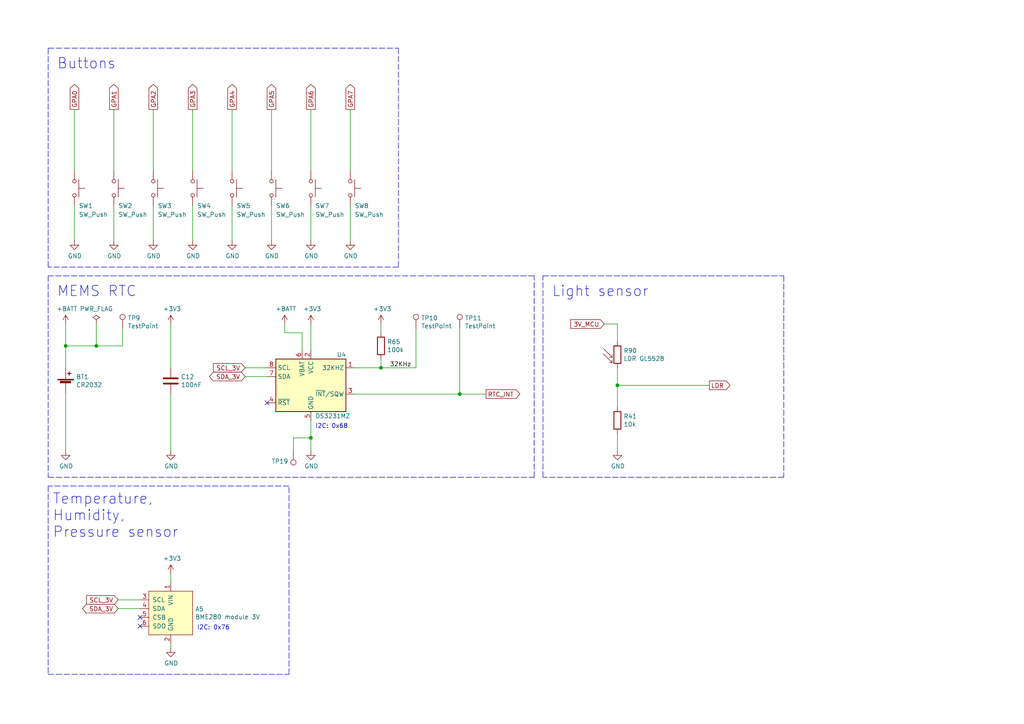
<source format=kicad_sch>
(kicad_sch (version 20211123) (generator eeschema)

  (uuid 08da8f18-02c3-4a28-a400-670f01755980)

  (paper "A4")

  (title_block
    (title "Sunrise clock main board")
    (date "2021-08-06")
    (rev "V1.1")
    (company "https://github.com/atoomnetmarc/Sunrise-clock-hardware")
  )

  (lib_symbols
    (symbol "Connector:TestPoint" (pin_numbers hide) (pin_names (offset 0.762) hide) (in_bom yes) (on_board yes)
      (property "Reference" "TP" (id 0) (at 0 6.858 0)
        (effects (font (size 1.27 1.27)))
      )
      (property "Value" "TestPoint" (id 1) (at 0 5.08 0)
        (effects (font (size 1.27 1.27)))
      )
      (property "Footprint" "" (id 2) (at 5.08 0 0)
        (effects (font (size 1.27 1.27)) hide)
      )
      (property "Datasheet" "~" (id 3) (at 5.08 0 0)
        (effects (font (size 1.27 1.27)) hide)
      )
      (property "ki_keywords" "test point tp" (id 4) (at 0 0 0)
        (effects (font (size 1.27 1.27)) hide)
      )
      (property "ki_description" "test point" (id 5) (at 0 0 0)
        (effects (font (size 1.27 1.27)) hide)
      )
      (property "ki_fp_filters" "Pin* Test*" (id 6) (at 0 0 0)
        (effects (font (size 1.27 1.27)) hide)
      )
      (symbol "TestPoint_0_1"
        (circle (center 0 3.302) (radius 0.762)
          (stroke (width 0) (type default) (color 0 0 0 0))
          (fill (type none))
        )
      )
      (symbol "TestPoint_1_1"
        (pin passive line (at 0 0 90) (length 2.54)
          (name "1" (effects (font (size 1.27 1.27))))
          (number "1" (effects (font (size 1.27 1.27))))
        )
      )
    )
    (symbol "Device:Battery_Cell" (pin_numbers hide) (pin_names (offset 0) hide) (in_bom yes) (on_board yes)
      (property "Reference" "BT" (id 0) (at 2.54 2.54 0)
        (effects (font (size 1.27 1.27)) (justify left))
      )
      (property "Value" "Battery_Cell" (id 1) (at 2.54 0 0)
        (effects (font (size 1.27 1.27)) (justify left))
      )
      (property "Footprint" "" (id 2) (at 0 1.524 90)
        (effects (font (size 1.27 1.27)) hide)
      )
      (property "Datasheet" "~" (id 3) (at 0 1.524 90)
        (effects (font (size 1.27 1.27)) hide)
      )
      (property "ki_keywords" "battery cell" (id 4) (at 0 0 0)
        (effects (font (size 1.27 1.27)) hide)
      )
      (property "ki_description" "Single-cell battery" (id 5) (at 0 0 0)
        (effects (font (size 1.27 1.27)) hide)
      )
      (symbol "Battery_Cell_0_1"
        (rectangle (start -2.286 1.778) (end 2.286 1.524)
          (stroke (width 0) (type default) (color 0 0 0 0))
          (fill (type outline))
        )
        (rectangle (start -1.5748 1.1938) (end 1.4732 0.6858)
          (stroke (width 0) (type default) (color 0 0 0 0))
          (fill (type outline))
        )
        (polyline
          (pts
            (xy 0 0.762)
            (xy 0 0)
          )
          (stroke (width 0) (type default) (color 0 0 0 0))
          (fill (type none))
        )
        (polyline
          (pts
            (xy 0 1.778)
            (xy 0 2.54)
          )
          (stroke (width 0) (type default) (color 0 0 0 0))
          (fill (type none))
        )
        (polyline
          (pts
            (xy 0.508 3.429)
            (xy 1.524 3.429)
          )
          (stroke (width 0.254) (type default) (color 0 0 0 0))
          (fill (type none))
        )
        (polyline
          (pts
            (xy 1.016 3.937)
            (xy 1.016 2.921)
          )
          (stroke (width 0.254) (type default) (color 0 0 0 0))
          (fill (type none))
        )
      )
      (symbol "Battery_Cell_1_1"
        (pin passive line (at 0 5.08 270) (length 2.54)
          (name "+" (effects (font (size 1.27 1.27))))
          (number "1" (effects (font (size 1.27 1.27))))
        )
        (pin passive line (at 0 -2.54 90) (length 2.54)
          (name "-" (effects (font (size 1.27 1.27))))
          (number "2" (effects (font (size 1.27 1.27))))
        )
      )
    )
    (symbol "Device:C" (pin_numbers hide) (pin_names (offset 0.254)) (in_bom yes) (on_board yes)
      (property "Reference" "C" (id 0) (at 0.635 2.54 0)
        (effects (font (size 1.27 1.27)) (justify left))
      )
      (property "Value" "C" (id 1) (at 0.635 -2.54 0)
        (effects (font (size 1.27 1.27)) (justify left))
      )
      (property "Footprint" "" (id 2) (at 0.9652 -3.81 0)
        (effects (font (size 1.27 1.27)) hide)
      )
      (property "Datasheet" "~" (id 3) (at 0 0 0)
        (effects (font (size 1.27 1.27)) hide)
      )
      (property "ki_keywords" "cap capacitor" (id 4) (at 0 0 0)
        (effects (font (size 1.27 1.27)) hide)
      )
      (property "ki_description" "Unpolarized capacitor" (id 5) (at 0 0 0)
        (effects (font (size 1.27 1.27)) hide)
      )
      (property "ki_fp_filters" "C_*" (id 6) (at 0 0 0)
        (effects (font (size 1.27 1.27)) hide)
      )
      (symbol "C_0_1"
        (polyline
          (pts
            (xy -2.032 -0.762)
            (xy 2.032 -0.762)
          )
          (stroke (width 0.508) (type default) (color 0 0 0 0))
          (fill (type none))
        )
        (polyline
          (pts
            (xy -2.032 0.762)
            (xy 2.032 0.762)
          )
          (stroke (width 0.508) (type default) (color 0 0 0 0))
          (fill (type none))
        )
      )
      (symbol "C_1_1"
        (pin passive line (at 0 3.81 270) (length 2.794)
          (name "~" (effects (font (size 1.27 1.27))))
          (number "1" (effects (font (size 1.27 1.27))))
        )
        (pin passive line (at 0 -3.81 90) (length 2.794)
          (name "~" (effects (font (size 1.27 1.27))))
          (number "2" (effects (font (size 1.27 1.27))))
        )
      )
    )
    (symbol "Device:R" (pin_numbers hide) (pin_names (offset 0)) (in_bom yes) (on_board yes)
      (property "Reference" "R" (id 0) (at 2.032 0 90)
        (effects (font (size 1.27 1.27)))
      )
      (property "Value" "R" (id 1) (at 0 0 90)
        (effects (font (size 1.27 1.27)))
      )
      (property "Footprint" "" (id 2) (at -1.778 0 90)
        (effects (font (size 1.27 1.27)) hide)
      )
      (property "Datasheet" "~" (id 3) (at 0 0 0)
        (effects (font (size 1.27 1.27)) hide)
      )
      (property "ki_keywords" "R res resistor" (id 4) (at 0 0 0)
        (effects (font (size 1.27 1.27)) hide)
      )
      (property "ki_description" "Resistor" (id 5) (at 0 0 0)
        (effects (font (size 1.27 1.27)) hide)
      )
      (property "ki_fp_filters" "R_*" (id 6) (at 0 0 0)
        (effects (font (size 1.27 1.27)) hide)
      )
      (symbol "R_0_1"
        (rectangle (start -1.016 -2.54) (end 1.016 2.54)
          (stroke (width 0.254) (type default) (color 0 0 0 0))
          (fill (type none))
        )
      )
      (symbol "R_1_1"
        (pin passive line (at 0 3.81 270) (length 1.27)
          (name "~" (effects (font (size 1.27 1.27))))
          (number "1" (effects (font (size 1.27 1.27))))
        )
        (pin passive line (at 0 -3.81 90) (length 1.27)
          (name "~" (effects (font (size 1.27 1.27))))
          (number "2" (effects (font (size 1.27 1.27))))
        )
      )
    )
    (symbol "Device:R_PHOTO" (pin_numbers hide) (pin_names (offset 0)) (in_bom yes) (on_board yes)
      (property "Reference" "R" (id 0) (at 1.27 1.27 0)
        (effects (font (size 1.27 1.27)) (justify left))
      )
      (property "Value" "Device_R_PHOTO" (id 1) (at 1.27 0 0)
        (effects (font (size 1.27 1.27)) (justify left top))
      )
      (property "Footprint" "" (id 2) (at 1.27 -6.35 90)
        (effects (font (size 1.27 1.27)) (justify left) hide)
      )
      (property "Datasheet" "" (id 3) (at 0 -1.27 0)
        (effects (font (size 1.27 1.27)) hide)
      )
      (property "ki_fp_filters" "*LDR* R?LDR*" (id 4) (at 0 0 0)
        (effects (font (size 1.27 1.27)) hide)
      )
      (symbol "R_PHOTO_0_1"
        (rectangle (start -1.016 2.54) (end 1.016 -2.54)
          (stroke (width 0.254) (type default) (color 0 0 0 0))
          (fill (type none))
        )
        (polyline
          (pts
            (xy -1.524 -2.286)
            (xy -4.064 0.254)
          )
          (stroke (width 0) (type default) (color 0 0 0 0))
          (fill (type none))
        )
        (polyline
          (pts
            (xy -1.524 -2.286)
            (xy -2.286 -2.286)
          )
          (stroke (width 0) (type default) (color 0 0 0 0))
          (fill (type none))
        )
        (polyline
          (pts
            (xy -1.524 -2.286)
            (xy -1.524 -1.524)
          )
          (stroke (width 0) (type default) (color 0 0 0 0))
          (fill (type none))
        )
        (polyline
          (pts
            (xy -1.524 -0.762)
            (xy -4.064 1.778)
          )
          (stroke (width 0) (type default) (color 0 0 0 0))
          (fill (type none))
        )
        (polyline
          (pts
            (xy -1.524 -0.762)
            (xy -2.286 -0.762)
          )
          (stroke (width 0) (type default) (color 0 0 0 0))
          (fill (type none))
        )
        (polyline
          (pts
            (xy -1.524 -0.762)
            (xy -1.524 0)
          )
          (stroke (width 0) (type default) (color 0 0 0 0))
          (fill (type none))
        )
      )
      (symbol "R_PHOTO_1_1"
        (pin passive line (at 0 3.81 270) (length 1.27)
          (name "~" (effects (font (size 1.27 1.27))))
          (number "1" (effects (font (size 1.27 1.27))))
        )
        (pin passive line (at 0 -3.81 90) (length 1.27)
          (name "~" (effects (font (size 1.27 1.27))))
          (number "2" (effects (font (size 1.27 1.27))))
        )
      )
    )
    (symbol "Module-extra:BME280_3V" (pin_names (offset 1.016)) (in_bom yes) (on_board yes)
      (property "Reference" "A" (id 0) (at 1.27 11.43 0)
        (effects (font (size 1.27 1.27)))
      )
      (property "Value" "Module-extra_BME280_3V" (id 1) (at 5.08 3.81 90)
        (effects (font (size 1.27 1.27)))
      )
      (property "Footprint" "Module-extra:bme280_3V" (id 2) (at 0 -3.81 0)
        (effects (font (size 1.27 1.27)) hide)
      )
      (property "Datasheet" "" (id 3) (at 0 0 0)
        (effects (font (size 1.27 1.27)) hide)
      )
      (symbol "BME280_3V_0_1"
        (rectangle (start -6.35 10.16) (end 6.35 -2.54)
          (stroke (width 0) (type default) (color 0 0 0 0))
          (fill (type background))
        )
      )
      (symbol "BME280_3V_1_1"
        (pin power_in line (at 0 12.7 270) (length 2.54)
          (name "VIN" (effects (font (size 1.27 1.27))))
          (number "1" (effects (font (size 1.27 1.27))))
        )
        (pin power_in line (at 0 -5.08 90) (length 2.54)
          (name "GND" (effects (font (size 1.27 1.27))))
          (number "2" (effects (font (size 1.27 1.27))))
        )
        (pin input line (at -8.89 7.62 0) (length 2.54)
          (name "SCL" (effects (font (size 1.27 1.27))))
          (number "3" (effects (font (size 1.27 1.27))))
        )
        (pin bidirectional line (at -8.89 5.08 0) (length 2.54)
          (name "SDA" (effects (font (size 1.27 1.27))))
          (number "4" (effects (font (size 1.27 1.27))))
        )
        (pin passive line (at -8.89 2.54 0) (length 2.54)
          (name "CSB" (effects (font (size 1.27 1.27))))
          (number "5" (effects (font (size 1.27 1.27))))
        )
        (pin passive line (at -8.89 0 0) (length 2.54)
          (name "SDO" (effects (font (size 1.27 1.27))))
          (number "6" (effects (font (size 1.27 1.27))))
        )
      )
    )
    (symbol "Switch:SW_Push" (pin_numbers hide) (pin_names (offset 1.016) hide) (in_bom yes) (on_board yes)
      (property "Reference" "SW" (id 0) (at 1.27 2.54 0)
        (effects (font (size 1.27 1.27)) (justify left))
      )
      (property "Value" "SW_Push" (id 1) (at 0 -1.524 0)
        (effects (font (size 1.27 1.27)))
      )
      (property "Footprint" "" (id 2) (at 0 5.08 0)
        (effects (font (size 1.27 1.27)) hide)
      )
      (property "Datasheet" "~" (id 3) (at 0 5.08 0)
        (effects (font (size 1.27 1.27)) hide)
      )
      (property "ki_keywords" "switch normally-open pushbutton push-button" (id 4) (at 0 0 0)
        (effects (font (size 1.27 1.27)) hide)
      )
      (property "ki_description" "Push button switch, generic, two pins" (id 5) (at 0 0 0)
        (effects (font (size 1.27 1.27)) hide)
      )
      (symbol "SW_Push_0_1"
        (circle (center -2.032 0) (radius 0.508)
          (stroke (width 0) (type default) (color 0 0 0 0))
          (fill (type none))
        )
        (polyline
          (pts
            (xy 0 1.27)
            (xy 0 3.048)
          )
          (stroke (width 0) (type default) (color 0 0 0 0))
          (fill (type none))
        )
        (polyline
          (pts
            (xy 2.54 1.27)
            (xy -2.54 1.27)
          )
          (stroke (width 0) (type default) (color 0 0 0 0))
          (fill (type none))
        )
        (circle (center 2.032 0) (radius 0.508)
          (stroke (width 0) (type default) (color 0 0 0 0))
          (fill (type none))
        )
        (pin passive line (at -5.08 0 0) (length 2.54)
          (name "1" (effects (font (size 1.27 1.27))))
          (number "1" (effects (font (size 1.27 1.27))))
        )
        (pin passive line (at 5.08 0 180) (length 2.54)
          (name "2" (effects (font (size 1.27 1.27))))
          (number "2" (effects (font (size 1.27 1.27))))
        )
      )
    )
    (symbol "Timer_RTC:DS3231MZ" (in_bom yes) (on_board yes)
      (property "Reference" "U" (id 0) (at -7.62 8.89 0)
        (effects (font (size 1.27 1.27)) (justify right))
      )
      (property "Value" "DS3231MZ" (id 1) (at 11.43 8.89 0)
        (effects (font (size 1.27 1.27)) (justify right))
      )
      (property "Footprint" "Package_SO:SOIC-8_3.9x4.9mm_P1.27mm" (id 2) (at 0 -12.7 0)
        (effects (font (size 1.27 1.27)) hide)
      )
      (property "Datasheet" "http://datasheets.maximintegrated.com/en/ds/DS3231M.pdf" (id 3) (at 0 -15.24 0)
        (effects (font (size 1.27 1.27)) hide)
      )
      (property "ki_keywords" "RTC TCXO Realtime Time Clock MEMS I2C" (id 4) (at 0 0 0)
        (effects (font (size 1.27 1.27)) hide)
      )
      (property "ki_description" "±5ppm, I2C Real-Time Clock SOIC-8" (id 5) (at 0 0 0)
        (effects (font (size 1.27 1.27)) hide)
      )
      (property "ki_fp_filters" "SOIC*3.9x4.9mm*P1.27mm*" (id 6) (at 0 0 0)
        (effects (font (size 1.27 1.27)) hide)
      )
      (symbol "DS3231MZ_0_1"
        (rectangle (start -10.16 7.62) (end 10.16 -7.62)
          (stroke (width 0.254) (type default) (color 0 0 0 0))
          (fill (type background))
        )
      )
      (symbol "DS3231MZ_1_1"
        (pin open_collector line (at 12.7 5.08 180) (length 2.54)
          (name "32KHZ" (effects (font (size 1.27 1.27))))
          (number "1" (effects (font (size 1.27 1.27))))
        )
        (pin power_in line (at 0 10.16 270) (length 2.54)
          (name "VCC" (effects (font (size 1.27 1.27))))
          (number "2" (effects (font (size 1.27 1.27))))
        )
        (pin open_collector line (at 12.7 -2.54 180) (length 2.54)
          (name "~{INT}/SQW" (effects (font (size 1.27 1.27))))
          (number "3" (effects (font (size 1.27 1.27))))
        )
        (pin bidirectional line (at -12.7 -5.08 0) (length 2.54)
          (name "~{RST}" (effects (font (size 1.27 1.27))))
          (number "4" (effects (font (size 1.27 1.27))))
        )
        (pin power_in line (at 0 -10.16 90) (length 2.54)
          (name "GND" (effects (font (size 1.27 1.27))))
          (number "5" (effects (font (size 1.27 1.27))))
        )
        (pin power_in line (at -2.54 10.16 270) (length 2.54)
          (name "VBAT" (effects (font (size 1.27 1.27))))
          (number "6" (effects (font (size 1.27 1.27))))
        )
        (pin bidirectional line (at -12.7 2.54 0) (length 2.54)
          (name "SDA" (effects (font (size 1.27 1.27))))
          (number "7" (effects (font (size 1.27 1.27))))
        )
        (pin input line (at -12.7 5.08 0) (length 2.54)
          (name "SCL" (effects (font (size 1.27 1.27))))
          (number "8" (effects (font (size 1.27 1.27))))
        )
      )
    )
    (symbol "power:+3.3V" (power) (pin_names (offset 0)) (in_bom yes) (on_board yes)
      (property "Reference" "#PWR" (id 0) (at 0 -3.81 0)
        (effects (font (size 1.27 1.27)) hide)
      )
      (property "Value" "+3.3V" (id 1) (at 0 3.556 0)
        (effects (font (size 1.27 1.27)))
      )
      (property "Footprint" "" (id 2) (at 0 0 0)
        (effects (font (size 1.27 1.27)) hide)
      )
      (property "Datasheet" "" (id 3) (at 0 0 0)
        (effects (font (size 1.27 1.27)) hide)
      )
      (property "ki_keywords" "power-flag" (id 4) (at 0 0 0)
        (effects (font (size 1.27 1.27)) hide)
      )
      (property "ki_description" "Power symbol creates a global label with name \"+3.3V\"" (id 5) (at 0 0 0)
        (effects (font (size 1.27 1.27)) hide)
      )
      (symbol "+3.3V_0_1"
        (polyline
          (pts
            (xy -0.762 1.27)
            (xy 0 2.54)
          )
          (stroke (width 0) (type default) (color 0 0 0 0))
          (fill (type none))
        )
        (polyline
          (pts
            (xy 0 0)
            (xy 0 2.54)
          )
          (stroke (width 0) (type default) (color 0 0 0 0))
          (fill (type none))
        )
        (polyline
          (pts
            (xy 0 2.54)
            (xy 0.762 1.27)
          )
          (stroke (width 0) (type default) (color 0 0 0 0))
          (fill (type none))
        )
      )
      (symbol "+3.3V_1_1"
        (pin power_in line (at 0 0 90) (length 0) hide
          (name "+3V3" (effects (font (size 1.27 1.27))))
          (number "1" (effects (font (size 1.27 1.27))))
        )
      )
    )
    (symbol "power:+BATT" (power) (pin_names (offset 0)) (in_bom yes) (on_board yes)
      (property "Reference" "#PWR" (id 0) (at 0 -3.81 0)
        (effects (font (size 1.27 1.27)) hide)
      )
      (property "Value" "+BATT" (id 1) (at 0 3.556 0)
        (effects (font (size 1.27 1.27)))
      )
      (property "Footprint" "" (id 2) (at 0 0 0)
        (effects (font (size 1.27 1.27)) hide)
      )
      (property "Datasheet" "" (id 3) (at 0 0 0)
        (effects (font (size 1.27 1.27)) hide)
      )
      (property "ki_keywords" "power-flag battery" (id 4) (at 0 0 0)
        (effects (font (size 1.27 1.27)) hide)
      )
      (property "ki_description" "Power symbol creates a global label with name \"+BATT\"" (id 5) (at 0 0 0)
        (effects (font (size 1.27 1.27)) hide)
      )
      (symbol "+BATT_0_1"
        (polyline
          (pts
            (xy -0.762 1.27)
            (xy 0 2.54)
          )
          (stroke (width 0) (type default) (color 0 0 0 0))
          (fill (type none))
        )
        (polyline
          (pts
            (xy 0 0)
            (xy 0 2.54)
          )
          (stroke (width 0) (type default) (color 0 0 0 0))
          (fill (type none))
        )
        (polyline
          (pts
            (xy 0 2.54)
            (xy 0.762 1.27)
          )
          (stroke (width 0) (type default) (color 0 0 0 0))
          (fill (type none))
        )
      )
      (symbol "+BATT_1_1"
        (pin power_in line (at 0 0 90) (length 0) hide
          (name "+BATT" (effects (font (size 1.27 1.27))))
          (number "1" (effects (font (size 1.27 1.27))))
        )
      )
    )
    (symbol "power:GND" (power) (pin_names (offset 0)) (in_bom yes) (on_board yes)
      (property "Reference" "#PWR" (id 0) (at 0 -6.35 0)
        (effects (font (size 1.27 1.27)) hide)
      )
      (property "Value" "GND" (id 1) (at 0 -3.81 0)
        (effects (font (size 1.27 1.27)))
      )
      (property "Footprint" "" (id 2) (at 0 0 0)
        (effects (font (size 1.27 1.27)) hide)
      )
      (property "Datasheet" "" (id 3) (at 0 0 0)
        (effects (font (size 1.27 1.27)) hide)
      )
      (property "ki_keywords" "power-flag" (id 4) (at 0 0 0)
        (effects (font (size 1.27 1.27)) hide)
      )
      (property "ki_description" "Power symbol creates a global label with name \"GND\" , ground" (id 5) (at 0 0 0)
        (effects (font (size 1.27 1.27)) hide)
      )
      (symbol "GND_0_1"
        (polyline
          (pts
            (xy 0 0)
            (xy 0 -1.27)
            (xy 1.27 -1.27)
            (xy 0 -2.54)
            (xy -1.27 -1.27)
            (xy 0 -1.27)
          )
          (stroke (width 0) (type default) (color 0 0 0 0))
          (fill (type none))
        )
      )
      (symbol "GND_1_1"
        (pin power_in line (at 0 0 270) (length 0) hide
          (name "GND" (effects (font (size 1.27 1.27))))
          (number "1" (effects (font (size 1.27 1.27))))
        )
      )
    )
    (symbol "power:PWR_FLAG" (power) (pin_numbers hide) (pin_names (offset 0) hide) (in_bom yes) (on_board yes)
      (property "Reference" "#FLG" (id 0) (at 0 1.905 0)
        (effects (font (size 1.27 1.27)) hide)
      )
      (property "Value" "PWR_FLAG" (id 1) (at 0 3.81 0)
        (effects (font (size 1.27 1.27)))
      )
      (property "Footprint" "" (id 2) (at 0 0 0)
        (effects (font (size 1.27 1.27)) hide)
      )
      (property "Datasheet" "~" (id 3) (at 0 0 0)
        (effects (font (size 1.27 1.27)) hide)
      )
      (property "ki_keywords" "power-flag" (id 4) (at 0 0 0)
        (effects (font (size 1.27 1.27)) hide)
      )
      (property "ki_description" "Special symbol for telling ERC where power comes from" (id 5) (at 0 0 0)
        (effects (font (size 1.27 1.27)) hide)
      )
      (symbol "PWR_FLAG_0_0"
        (pin power_out line (at 0 0 90) (length 0)
          (name "pwr" (effects (font (size 1.27 1.27))))
          (number "1" (effects (font (size 1.27 1.27))))
        )
      )
      (symbol "PWR_FLAG_0_1"
        (polyline
          (pts
            (xy 0 0)
            (xy 0 1.27)
            (xy -1.016 1.905)
            (xy 0 2.54)
            (xy 1.016 1.905)
            (xy 0 1.27)
          )
          (stroke (width 0) (type default) (color 0 0 0 0))
          (fill (type none))
        )
      )
    )
  )

  (junction (at 133.35 114.3) (diameter 0) (color 0 0 0 0)
    (uuid 0ff398d7-e6e2-4972-a7a4-438407886f34)
  )
  (junction (at 179.07 111.76) (diameter 0) (color 0 0 0 0)
    (uuid 1053b01a-057e-4e79-a21c-42780a737ea9)
  )
  (junction (at 110.49 106.68) (diameter 0) (color 0 0 0 0)
    (uuid 6b69fc79-c78f-4df1-9a05-c51d4173705f)
  )
  (junction (at 27.94 100.33) (diameter 0) (color 0 0 0 0)
    (uuid b606e532-e4c7-444d-b9ff-879f52cfde92)
  )
  (junction (at 90.17 127) (diameter 0) (color 0 0 0 0)
    (uuid bc204c79-0619-4b16-889d-335bfdd71ce0)
  )
  (junction (at 19.05 100.33) (diameter 0) (color 0 0 0 0)
    (uuid d396ce56-1974-47b7-a41b-ae2b20ef835c)
  )

  (no_connect (at 77.47 116.84) (uuid 0938c137-668b-4d2f-b92b-cadb1df72bdb))
  (no_connect (at 40.64 181.61) (uuid 92d938cc-f8b1-437d-8914-3d97a0938f67))
  (no_connect (at 40.64 179.07) (uuid d04eabf5-018b-4006-a739-ce16277681b7))

  (wire (pts (xy 85.09 127) (xy 85.09 130.81))
    (stroke (width 0) (type default) (color 0 0 0 0))
    (uuid 017667a9-f5de-49c7-af53-4f9af2f3a311)
  )
  (wire (pts (xy 21.59 31.75) (xy 21.59 49.53))
    (stroke (width 0) (type default) (color 0 0 0 0))
    (uuid 08926936-9ea4-4894-afca-caca47f3c238)
  )
  (polyline (pts (xy 13.97 80.01) (xy 13.97 138.43))
    (stroke (width 0) (type default) (color 0 0 0 0))
    (uuid 0cc094e7-c1c0-457d-bd94-3db91c23be55)
  )

  (wire (pts (xy 87.63 101.6) (xy 87.63 96.52))
    (stroke (width 0) (type default) (color 0 0 0 0))
    (uuid 0e166909-afb5-4d70-a00b-dd78cd09b084)
  )
  (polyline (pts (xy 157.48 138.43) (xy 157.48 80.01))
    (stroke (width 0) (type default) (color 0 0 0 0))
    (uuid 105d44ff-63b9-4299-9078-473af583971a)
  )
  (polyline (pts (xy 115.57 13.97) (xy 115.57 77.47))
    (stroke (width 0) (type default) (color 0 0 0 0))
    (uuid 153169ce-9fac-4868-bc4e-e1381c5bb726)
  )

  (wire (pts (xy 49.53 114.3) (xy 49.53 130.81))
    (stroke (width 0) (type default) (color 0 0 0 0))
    (uuid 16d5bf81-590a-4149-97e0-64f3b3ad6f52)
  )
  (wire (pts (xy 19.05 100.33) (xy 27.94 100.33))
    (stroke (width 0) (type default) (color 0 0 0 0))
    (uuid 1765d6b9-ca0e-49c2-8c3c-8ab35eb3909b)
  )
  (wire (pts (xy 133.35 114.3) (xy 140.97 114.3))
    (stroke (width 0) (type default) (color 0 0 0 0))
    (uuid 18dee026-9999-4f10-8c36-736131349406)
  )
  (wire (pts (xy 101.6 31.75) (xy 101.6 49.53))
    (stroke (width 0) (type default) (color 0 0 0 0))
    (uuid 1d9dc91c-3457-4ca5-8e42-43be60ae0831)
  )
  (polyline (pts (xy 13.97 77.47) (xy 13.97 13.97))
    (stroke (width 0) (type default) (color 0 0 0 0))
    (uuid 2276ec6c-cdcc-4369-86b4-8267d991001e)
  )

  (wire (pts (xy 101.6 69.85) (xy 101.6 59.69))
    (stroke (width 0) (type default) (color 0 0 0 0))
    (uuid 29987966-1d19-4068-93f6-a61cdfb40ffa)
  )
  (wire (pts (xy 67.31 31.75) (xy 67.31 49.53))
    (stroke (width 0) (type default) (color 0 0 0 0))
    (uuid 2a4f1c24-6486-4fd8-8092-72bb07a81274)
  )
  (wire (pts (xy 55.88 31.75) (xy 55.88 49.53))
    (stroke (width 0) (type default) (color 0 0 0 0))
    (uuid 2c10387c-3cac-4a7c-bbfb-95d69f41a890)
  )
  (wire (pts (xy 35.56 100.33) (xy 35.56 95.25))
    (stroke (width 0) (type default) (color 0 0 0 0))
    (uuid 2dc66f7e-d85d-4081-ae71-fd8851d6aeda)
  )
  (wire (pts (xy 90.17 127) (xy 90.17 121.92))
    (stroke (width 0) (type default) (color 0 0 0 0))
    (uuid 3382bf79-b686-4aeb-9419-c8ab591662bb)
  )
  (polyline (pts (xy 13.97 138.43) (xy 154.94 138.43))
    (stroke (width 0) (type default) (color 0 0 0 0))
    (uuid 341dde39-440e-4d05-8def-6a5cecefd88c)
  )

  (wire (pts (xy 110.49 104.14) (xy 110.49 106.68))
    (stroke (width 0) (type default) (color 0 0 0 0))
    (uuid 3c66e6e2-f12d-4b23-910e-e478d272dfd5)
  )
  (wire (pts (xy 49.53 106.68) (xy 49.53 93.98))
    (stroke (width 0) (type default) (color 0 0 0 0))
    (uuid 40b38567-9d6a-4691-bccf-1b4dbe39957b)
  )
  (polyline (pts (xy 227.33 80.01) (xy 227.33 138.43))
    (stroke (width 0) (type default) (color 0 0 0 0))
    (uuid 41ab46ed-40f5-461d-81aa-1f02dc069a49)
  )

  (wire (pts (xy 90.17 127) (xy 85.09 127))
    (stroke (width 0) (type default) (color 0 0 0 0))
    (uuid 4c144ffa-02d0-42da-aef1-f5175cbde9c0)
  )
  (wire (pts (xy 102.87 114.3) (xy 133.35 114.3))
    (stroke (width 0) (type default) (color 0 0 0 0))
    (uuid 5698a460-6e24-4857-84d8-4a43acd2325d)
  )
  (wire (pts (xy 82.55 96.52) (xy 82.55 93.98))
    (stroke (width 0) (type default) (color 0 0 0 0))
    (uuid 5a889284-4c9f-49be-8f02-e43e18550914)
  )
  (wire (pts (xy 90.17 69.85) (xy 90.17 59.69))
    (stroke (width 0) (type default) (color 0 0 0 0))
    (uuid 6474aa6c-825c-4f0f-9938-759b68df02a5)
  )
  (wire (pts (xy 21.59 69.85) (xy 21.59 59.69))
    (stroke (width 0) (type default) (color 0 0 0 0))
    (uuid 665081dc-8354-4d41-8855-bde8901aee4c)
  )
  (polyline (pts (xy 154.94 80.01) (xy 13.97 80.01))
    (stroke (width 0) (type default) (color 0 0 0 0))
    (uuid 680c3e83-f590-4924-85a1-36d51b076683)
  )

  (wire (pts (xy 40.64 173.99) (xy 34.29 173.99))
    (stroke (width 0) (type default) (color 0 0 0 0))
    (uuid 6e77d4d6-0239-4c20-98f8-23ae4f71d638)
  )
  (wire (pts (xy 179.07 106.68) (xy 179.07 111.76))
    (stroke (width 0) (type default) (color 0 0 0 0))
    (uuid 7043f61a-4f1e-4cab-9031-a6449e41a893)
  )
  (wire (pts (xy 78.74 69.85) (xy 78.74 59.69))
    (stroke (width 0) (type default) (color 0 0 0 0))
    (uuid 7114de55-86d9-46c1-a412-07f5eb895435)
  )
  (wire (pts (xy 71.12 109.22) (xy 77.47 109.22))
    (stroke (width 0) (type default) (color 0 0 0 0))
    (uuid 74096bdc-b668-408c-af3a-b048c20bd605)
  )
  (polyline (pts (xy 13.97 195.58) (xy 83.82 195.58))
    (stroke (width 0) (type default) (color 0 0 0 0))
    (uuid 87a0ffb1-5477-4b20-a3ac-fef5af129a33)
  )
  (polyline (pts (xy 13.97 140.97) (xy 13.97 195.58))
    (stroke (width 0) (type default) (color 0 0 0 0))
    (uuid 89bd1fdd-6a91-474e-8495-7a2ba7eb6260)
  )

  (wire (pts (xy 27.94 100.33) (xy 27.94 93.98))
    (stroke (width 0) (type default) (color 0 0 0 0))
    (uuid 8ade7975-64a0-440a-8545-11958836bf48)
  )
  (polyline (pts (xy 83.82 140.97) (xy 13.97 140.97))
    (stroke (width 0) (type default) (color 0 0 0 0))
    (uuid 8b022692-69b7-4bd6-bf38-57edecf356fa)
  )

  (wire (pts (xy 179.07 125.73) (xy 179.07 130.81))
    (stroke (width 0) (type default) (color 0 0 0 0))
    (uuid 92574e8a-729f-48de-afcb-97b4f5e826f8)
  )
  (wire (pts (xy 55.88 69.85) (xy 55.88 59.69))
    (stroke (width 0) (type default) (color 0 0 0 0))
    (uuid 93afd2e8-e16c-4e06-b872-cf0e624aee35)
  )
  (wire (pts (xy 102.87 106.68) (xy 110.49 106.68))
    (stroke (width 0) (type default) (color 0 0 0 0))
    (uuid 9c8eae28-a7c3-4e6a-bd81-98cf70031070)
  )
  (polyline (pts (xy 115.57 77.47) (xy 13.97 77.47))
    (stroke (width 0) (type default) (color 0 0 0 0))
    (uuid 9e427954-2486-4c91-89b5-6af73a073442)
  )

  (wire (pts (xy 179.07 111.76) (xy 179.07 118.11))
    (stroke (width 0) (type default) (color 0 0 0 0))
    (uuid a1701438-3c8b-4b49-8695-36ec7f9ae4d2)
  )
  (wire (pts (xy 67.31 69.85) (xy 67.31 59.69))
    (stroke (width 0) (type default) (color 0 0 0 0))
    (uuid a311f3c6-42e3-4584-9725-4a62ff91b6e3)
  )
  (wire (pts (xy 49.53 187.96) (xy 49.53 186.69))
    (stroke (width 0) (type default) (color 0 0 0 0))
    (uuid a4541b62-7a39-4707-9c6f-80dce1be9cee)
  )
  (wire (pts (xy 33.02 69.85) (xy 33.02 59.69))
    (stroke (width 0) (type default) (color 0 0 0 0))
    (uuid a4911204-1308-4d17-90a9-1ff5f9c57c9b)
  )
  (wire (pts (xy 33.02 31.75) (xy 33.02 49.53))
    (stroke (width 0) (type default) (color 0 0 0 0))
    (uuid a7c83b25-afbd-4974-8870-387db8f81a5c)
  )
  (polyline (pts (xy 13.97 13.97) (xy 115.57 13.97))
    (stroke (width 0) (type default) (color 0 0 0 0))
    (uuid b121f1ff-8472-460b-ab2d-5110ddd1ca28)
  )

  (wire (pts (xy 179.07 93.98) (xy 175.26 93.98))
    (stroke (width 0) (type default) (color 0 0 0 0))
    (uuid b1731e91-7698-42fa-ad60-5c60fdd0e1fc)
  )
  (wire (pts (xy 19.05 93.98) (xy 19.05 100.33))
    (stroke (width 0) (type default) (color 0 0 0 0))
    (uuid b2001159-b6cb-4000-85f5-34f6c410920f)
  )
  (wire (pts (xy 90.17 93.98) (xy 90.17 101.6))
    (stroke (width 0) (type default) (color 0 0 0 0))
    (uuid b45059f3-613f-4b7a-a70a-ed75a9e941e6)
  )
  (polyline (pts (xy 157.48 80.01) (xy 227.33 80.01))
    (stroke (width 0) (type default) (color 0 0 0 0))
    (uuid b6924901-677d-424a-a3f4-52c8dd1fa5f5)
  )

  (wire (pts (xy 49.53 166.37) (xy 49.53 168.91))
    (stroke (width 0) (type default) (color 0 0 0 0))
    (uuid b9c0c276-e6f1-47dd-b072-0f92904248ca)
  )
  (polyline (pts (xy 83.82 195.58) (xy 83.82 140.97))
    (stroke (width 0) (type default) (color 0 0 0 0))
    (uuid c62adb8b-b306-48da-b0ae-f6a287e54f62)
  )

  (wire (pts (xy 44.45 31.75) (xy 44.45 49.53))
    (stroke (width 0) (type default) (color 0 0 0 0))
    (uuid c7db4903-f95a-49f5-bcce-c52f0ca8defc)
  )
  (wire (pts (xy 44.45 69.85) (xy 44.45 59.69))
    (stroke (width 0) (type default) (color 0 0 0 0))
    (uuid cd2580a0-9e4c-4895-a13c-3b2ee33bafc4)
  )
  (wire (pts (xy 133.35 95.25) (xy 133.35 114.3))
    (stroke (width 0) (type default) (color 0 0 0 0))
    (uuid d372e2ac-d81e-48b7-8c55-9bbe58eeffc3)
  )
  (wire (pts (xy 27.94 100.33) (xy 35.56 100.33))
    (stroke (width 0) (type default) (color 0 0 0 0))
    (uuid d5a7688c-7438-4b6d-999f-4f2a3cb18fd6)
  )
  (wire (pts (xy 110.49 93.98) (xy 110.49 96.52))
    (stroke (width 0) (type default) (color 0 0 0 0))
    (uuid d8370835-89ad-4b62-9f40-d0c10470788a)
  )
  (polyline (pts (xy 227.33 138.43) (xy 157.48 138.43))
    (stroke (width 0) (type default) (color 0 0 0 0))
    (uuid d8d71ad3-6fd1-4a98-9c1f-70c4fbf3d1d1)
  )

  (wire (pts (xy 77.47 106.68) (xy 71.12 106.68))
    (stroke (width 0) (type default) (color 0 0 0 0))
    (uuid dc628a9d-67e8-4a03-b99f-8cc7a42af6ef)
  )
  (wire (pts (xy 87.63 96.52) (xy 82.55 96.52))
    (stroke (width 0) (type default) (color 0 0 0 0))
    (uuid dc7523a5-4408-4a51-bc92-6a47a538c094)
  )
  (wire (pts (xy 179.07 111.76) (xy 205.74 111.76))
    (stroke (width 0) (type default) (color 0 0 0 0))
    (uuid de438bc3-2eba-4b9f-95e9-35ce5db157f6)
  )
  (wire (pts (xy 19.05 130.81) (xy 19.05 114.3))
    (stroke (width 0) (type default) (color 0 0 0 0))
    (uuid df93f76b-86da-45ae-87e2-4b691af12b00)
  )
  (wire (pts (xy 90.17 130.81) (xy 90.17 127))
    (stroke (width 0) (type default) (color 0 0 0 0))
    (uuid df9a1242-2d73-4343-b170-237bc9a8080f)
  )
  (polyline (pts (xy 154.94 138.43) (xy 154.94 80.01))
    (stroke (width 0) (type default) (color 0 0 0 0))
    (uuid e07e1653-d05d-4bf2-bea3-6515a06de065)
  )

  (wire (pts (xy 34.29 176.53) (xy 40.64 176.53))
    (stroke (width 0) (type default) (color 0 0 0 0))
    (uuid e46ecd61-0bbe-4b9f-a151-a2cacac5967b)
  )
  (wire (pts (xy 90.17 31.75) (xy 90.17 49.53))
    (stroke (width 0) (type default) (color 0 0 0 0))
    (uuid e6bf257d-5112-423c-b70a-adf8446f29da)
  )
  (wire (pts (xy 19.05 100.33) (xy 19.05 106.68))
    (stroke (width 0) (type default) (color 0 0 0 0))
    (uuid e7893166-2c2c-41b4-bd84-76ebc2e06551)
  )
  (wire (pts (xy 78.74 31.75) (xy 78.74 49.53))
    (stroke (width 0) (type default) (color 0 0 0 0))
    (uuid f1c2e9b0-6f9f-485b-b482-d408df476d0f)
  )
  (wire (pts (xy 110.49 106.68) (xy 120.65 106.68))
    (stroke (width 0) (type default) (color 0 0 0 0))
    (uuid f2392fe0-54af-4e02-8793-9ba2471944b5)
  )
  (wire (pts (xy 120.65 106.68) (xy 120.65 95.25))
    (stroke (width 0) (type default) (color 0 0 0 0))
    (uuid fdc57161-f7f8-4584-b0ec-8c1aa24339c6)
  )
  (wire (pts (xy 179.07 99.06) (xy 179.07 93.98))
    (stroke (width 0) (type default) (color 0 0 0 0))
    (uuid fe4068b9-89da-4c59-ba51-b5949772f5d8)
  )

  (text "Temperature,\nHumidity,\nPressure sensor" (at 15.24 156.21 0)
    (effects (font (size 2.9972 2.9972)) (justify left bottom))
    (uuid 2938bf2d-2d32-4cb0-9d4d-563ea28ffffa)
  )
  (text "Light sensor" (at 160.02 86.36 0)
    (effects (font (size 2.9972 2.9972)) (justify left bottom))
    (uuid 341e67eb-d5e1-4cb7-9d11-5aa4ab832a2a)
  )
  (text "I2C: 0x76" (at 57.15 182.88 0)
    (effects (font (size 1.27 1.27)) (justify left bottom))
    (uuid 929c74c0-78bf-4efe-a778-fa328e951865)
  )
  (text "I2C: 0x68" (at 91.44 124.46 0)
    (effects (font (size 1.27 1.27)) (justify left bottom))
    (uuid 9c0314b1-f82f-432d-95a0-65e191202552)
  )
  (text "MEMS RTC" (at 16.51 86.36 0)
    (effects (font (size 2.9972 2.9972)) (justify left bottom))
    (uuid be030c62-e776-405f-97d8-4a4c1aa2e428)
  )
  (text "Buttons" (at 16.51 20.32 0)
    (effects (font (size 2.9972 2.9972)) (justify left bottom))
    (uuid db532ed2-914c-41b4-b389-de2bf235d0a7)
  )

  (label "32KHz" (at 113.03 106.68 0)
    (effects (font (size 1.27 1.27)) (justify left bottom))
    (uuid 26296271-780a-4da9-8e69-910d9240bca1)
  )

  (global_label "GPA3" (shape output) (at 55.88 31.75 90) (fields_autoplaced)
    (effects (font (size 1.27 1.27)) (justify left))
    (uuid 2765a021-71f1-4136-b72b-81c2c6882946)
    (property "Intersheet References" "${INTERSHEET_REFS}" (id 0) (at 0 0 0)
      (effects (font (size 1.27 1.27)) hide)
    )
  )
  (global_label "GPA1" (shape output) (at 33.02 31.75 90) (fields_autoplaced)
    (effects (font (size 1.27 1.27)) (justify left))
    (uuid 56f0a67a-a93a-477a-9778-70fe2cfeeb5a)
    (property "Intersheet References" "${INTERSHEET_REFS}" (id 0) (at 0 0 0)
      (effects (font (size 1.27 1.27)) hide)
    )
  )
  (global_label "GPA7" (shape output) (at 101.6 31.75 90) (fields_autoplaced)
    (effects (font (size 1.27 1.27)) (justify left))
    (uuid 59ee13a4-660e-47e2-a73a-01cfe11439e9)
    (property "Intersheet References" "${INTERSHEET_REFS}" (id 0) (at 0 0 0)
      (effects (font (size 1.27 1.27)) hide)
    )
  )
  (global_label "GPA2" (shape output) (at 44.45 31.75 90) (fields_autoplaced)
    (effects (font (size 1.27 1.27)) (justify left))
    (uuid 5c1d6842-15a5-4f73-b198-8836681840a1)
    (property "Intersheet References" "${INTERSHEET_REFS}" (id 0) (at 0 0 0)
      (effects (font (size 1.27 1.27)) hide)
    )
  )
  (global_label "GPA5" (shape output) (at 78.74 31.75 90) (fields_autoplaced)
    (effects (font (size 1.27 1.27)) (justify left))
    (uuid 71a9f036-1f13-462e-ac9e-81caaaa7f807)
    (property "Intersheet References" "${INTERSHEET_REFS}" (id 0) (at 0 0 0)
      (effects (font (size 1.27 1.27)) hide)
    )
  )
  (global_label "3V_MCU" (shape input) (at 175.26 93.98 180) (fields_autoplaced)
    (effects (font (size 1.27 1.27)) (justify right))
    (uuid 784e3230-2053-4bc9-a786-5ac2bd0df0f5)
    (property "Intersheet References" "${INTERSHEET_REFS}" (id 0) (at 0 0 0)
      (effects (font (size 1.27 1.27)) hide)
    )
  )
  (global_label "GPA4" (shape output) (at 67.31 31.75 90) (fields_autoplaced)
    (effects (font (size 1.27 1.27)) (justify left))
    (uuid 78a228c9-bbf0-49cf-b917-2dec23b390df)
    (property "Intersheet References" "${INTERSHEET_REFS}" (id 0) (at 0 0 0)
      (effects (font (size 1.27 1.27)) hide)
    )
  )
  (global_label "SCL_3V" (shape input) (at 71.12 106.68 180) (fields_autoplaced)
    (effects (font (size 1.27 1.27)) (justify right))
    (uuid 89df70f4-3579-42b9-861e-6beb04a3b25e)
    (property "Intersheet References" "${INTERSHEET_REFS}" (id 0) (at 0 0 0)
      (effects (font (size 1.27 1.27)) hide)
    )
  )
  (global_label "GPA6" (shape output) (at 90.17 31.75 90) (fields_autoplaced)
    (effects (font (size 1.27 1.27)) (justify left))
    (uuid 9600911d-0df3-419b-8d4a-8d1432a7daf2)
    (property "Intersheet References" "${INTERSHEET_REFS}" (id 0) (at 0 0 0)
      (effects (font (size 1.27 1.27)) hide)
    )
  )
  (global_label "SCL_3V" (shape input) (at 34.29 173.99 180) (fields_autoplaced)
    (effects (font (size 1.27 1.27)) (justify right))
    (uuid 9666bb6a-0c1d-4c92-be6d-94a465ec5c51)
    (property "Intersheet References" "${INTERSHEET_REFS}" (id 0) (at 0 0 0)
      (effects (font (size 1.27 1.27)) hide)
    )
  )
  (global_label "SDA_3V" (shape bidirectional) (at 71.12 109.22 180) (fields_autoplaced)
    (effects (font (size 1.27 1.27)) (justify right))
    (uuid a5e6f7cb-0a81-4357-a11f-231d23300342)
    (property "Intersheet References" "${INTERSHEET_REFS}" (id 0) (at 0 0 0)
      (effects (font (size 1.27 1.27)) hide)
    )
  )
  (global_label "SDA_3V" (shape bidirectional) (at 34.29 176.53 180) (fields_autoplaced)
    (effects (font (size 1.27 1.27)) (justify right))
    (uuid b853d9ac-7829-468f-99ac-dc9996502e94)
    (property "Intersheet References" "${INTERSHEET_REFS}" (id 0) (at 0 0 0)
      (effects (font (size 1.27 1.27)) hide)
    )
  )
  (global_label "RTC_INT" (shape output) (at 140.97 114.3 0) (fields_autoplaced)
    (effects (font (size 1.27 1.27)) (justify left))
    (uuid dde4c43d-f33e-48ba-86f3-779fdfce00c2)
    (property "Intersheet References" "${INTERSHEET_REFS}" (id 0) (at 0 0 0)
      (effects (font (size 1.27 1.27)) hide)
    )
  )
  (global_label "GPA0" (shape output) (at 21.59 31.75 90) (fields_autoplaced)
    (effects (font (size 1.27 1.27)) (justify left))
    (uuid e29e8d7d-cee8-47d4-8444-1d7032daf03c)
    (property "Intersheet References" "${INTERSHEET_REFS}" (id 0) (at 0 0 0)
      (effects (font (size 1.27 1.27)) hide)
    )
  )
  (global_label "LDR" (shape output) (at 205.74 111.76 0) (fields_autoplaced)
    (effects (font (size 1.27 1.27)) (justify left))
    (uuid f8a90052-1a8b-4ce5-a1fd-87db944dceac)
    (property "Intersheet References" "${INTERSHEET_REFS}" (id 0) (at 0 0 0)
      (effects (font (size 1.27 1.27)) hide)
    )
  )

  (symbol (lib_id "power:GND") (at 101.6 69.85 0)
    (in_bom yes) (on_board yes)
    (uuid 00000000-0000-0000-0000-00005fe551ff)
    (property "Reference" "#PWR023" (id 0) (at 101.6 76.2 0)
      (effects (font (size 1.27 1.27)) hide)
    )
    (property "Value" "GND" (id 1) (at 101.727 74.2442 0))
    (property "Footprint" "" (id 2) (at 101.6 69.85 0)
      (effects (font (size 1.27 1.27)) hide)
    )
    (property "Datasheet" "" (id 3) (at 101.6 69.85 0)
      (effects (font (size 1.27 1.27)) hide)
    )
    (pin "1" (uuid b43b5f0b-97c8-4f78-9a5b-0de4230c7bb0))
  )

  (symbol (lib_id "Switch:SW_Push") (at 101.6 54.61 270) (unit 1)
    (in_bom yes) (on_board yes)
    (uuid 00000000-0000-0000-0000-00005fe5522c)
    (property "Reference" "SW8" (id 0) (at 102.87 59.69 90)
      (effects (font (size 1.27 1.27)) (justify left))
    )
    (property "Value" "SW_Push" (id 1) (at 102.87 62.23 90)
      (effects (font (size 1.27 1.27)) (justify left))
    )
    (property "Footprint" "Button_Switch_THT-fixed:SW_PUSH-12mm" (id 2) (at 106.68 54.61 0)
      (effects (font (size 1.27 1.27)) hide)
    )
    (property "Datasheet" "~" (id 3) (at 106.68 54.61 0)
      (effects (font (size 1.27 1.27)) hide)
    )
    (pin "1" (uuid 0f6b34d8-c57b-4578-8cd9-47fe9d91aa5a))
    (pin "2" (uuid d3f9305d-a64b-414f-a5cc-fdff4b22a4aa))
  )

  (symbol (lib_id "power:GND") (at 90.17 69.85 0)
    (in_bom yes) (on_board yes)
    (uuid 00000000-0000-0000-0000-00005fe55235)
    (property "Reference" "#PWR021" (id 0) (at 90.17 76.2 0)
      (effects (font (size 1.27 1.27)) hide)
    )
    (property "Value" "GND" (id 1) (at 90.297 74.2442 0))
    (property "Footprint" "" (id 2) (at 90.17 69.85 0)
      (effects (font (size 1.27 1.27)) hide)
    )
    (property "Datasheet" "" (id 3) (at 90.17 69.85 0)
      (effects (font (size 1.27 1.27)) hide)
    )
    (pin "1" (uuid 584975e7-548c-4969-bdb9-ce9977884598))
  )

  (symbol (lib_id "Switch:SW_Push") (at 90.17 54.61 270) (unit 1)
    (in_bom yes) (on_board yes)
    (uuid 00000000-0000-0000-0000-00005fe55262)
    (property "Reference" "SW7" (id 0) (at 91.44 59.69 90)
      (effects (font (size 1.27 1.27)) (justify left))
    )
    (property "Value" "SW_Push" (id 1) (at 91.44 62.23 90)
      (effects (font (size 1.27 1.27)) (justify left))
    )
    (property "Footprint" "Button_Switch_THT-fixed:SW_PUSH-12mm" (id 2) (at 95.25 54.61 0)
      (effects (font (size 1.27 1.27)) hide)
    )
    (property "Datasheet" "~" (id 3) (at 95.25 54.61 0)
      (effects (font (size 1.27 1.27)) hide)
    )
    (pin "1" (uuid 767b636f-16de-416f-8aec-c1cd87a28959))
    (pin "2" (uuid b86dab01-4d33-4fcc-b8f5-7b25cee959a7))
  )

  (symbol (lib_id "power:GND") (at 78.74 69.85 0)
    (in_bom yes) (on_board yes)
    (uuid 00000000-0000-0000-0000-00005fe5526b)
    (property "Reference" "#PWR019" (id 0) (at 78.74 76.2 0)
      (effects (font (size 1.27 1.27)) hide)
    )
    (property "Value" "GND" (id 1) (at 78.867 74.2442 0))
    (property "Footprint" "" (id 2) (at 78.74 69.85 0)
      (effects (font (size 1.27 1.27)) hide)
    )
    (property "Datasheet" "" (id 3) (at 78.74 69.85 0)
      (effects (font (size 1.27 1.27)) hide)
    )
    (pin "1" (uuid 5ec5d8fb-f41b-4682-acb4-3e2fef19db46))
  )

  (symbol (lib_id "Switch:SW_Push") (at 78.74 54.61 270) (unit 1)
    (in_bom yes) (on_board yes)
    (uuid 00000000-0000-0000-0000-00005fe55298)
    (property "Reference" "SW6" (id 0) (at 80.01 59.69 90)
      (effects (font (size 1.27 1.27)) (justify left))
    )
    (property "Value" "SW_Push" (id 1) (at 80.01 62.23 90)
      (effects (font (size 1.27 1.27)) (justify left))
    )
    (property "Footprint" "Button_Switch_THT-fixed:SW_PUSH-12mm" (id 2) (at 83.82 54.61 0)
      (effects (font (size 1.27 1.27)) hide)
    )
    (property "Datasheet" "~" (id 3) (at 83.82 54.61 0)
      (effects (font (size 1.27 1.27)) hide)
    )
    (pin "1" (uuid d605a683-8991-438b-93e8-499b4211c8a5))
    (pin "2" (uuid 716fcd1d-0c7b-4c5d-bd33-fab8830e225c))
  )

  (symbol (lib_id "power:GND") (at 67.31 69.85 0)
    (in_bom yes) (on_board yes)
    (uuid 00000000-0000-0000-0000-00005fe552a1)
    (property "Reference" "#PWR017" (id 0) (at 67.31 76.2 0)
      (effects (font (size 1.27 1.27)) hide)
    )
    (property "Value" "GND" (id 1) (at 67.437 74.2442 0))
    (property "Footprint" "" (id 2) (at 67.31 69.85 0)
      (effects (font (size 1.27 1.27)) hide)
    )
    (property "Datasheet" "" (id 3) (at 67.31 69.85 0)
      (effects (font (size 1.27 1.27)) hide)
    )
    (pin "1" (uuid decd0645-951e-445c-90ca-9d81365a0db0))
  )

  (symbol (lib_id "Switch:SW_Push") (at 67.31 54.61 270) (unit 1)
    (in_bom yes) (on_board yes)
    (uuid 00000000-0000-0000-0000-00005fe552ce)
    (property "Reference" "SW5" (id 0) (at 68.58 59.69 90)
      (effects (font (size 1.27 1.27)) (justify left))
    )
    (property "Value" "SW_Push" (id 1) (at 68.58 62.23 90)
      (effects (font (size 1.27 1.27)) (justify left))
    )
    (property "Footprint" "Button_Switch_THT-fixed:SW_PUSH-12mm" (id 2) (at 72.39 54.61 0)
      (effects (font (size 1.27 1.27)) hide)
    )
    (property "Datasheet" "~" (id 3) (at 72.39 54.61 0)
      (effects (font (size 1.27 1.27)) hide)
    )
    (pin "1" (uuid 28c3b85c-4610-4c3e-a18d-dff1cdc876fb))
    (pin "2" (uuid f96c893f-14c6-418a-8181-97ff2d6870b0))
  )

  (symbol (lib_id "power:GND") (at 55.88 69.85 0)
    (in_bom yes) (on_board yes)
    (uuid 00000000-0000-0000-0000-00005fe552d7)
    (property "Reference" "#PWR015" (id 0) (at 55.88 76.2 0)
      (effects (font (size 1.27 1.27)) hide)
    )
    (property "Value" "GND" (id 1) (at 56.007 74.2442 0))
    (property "Footprint" "" (id 2) (at 55.88 69.85 0)
      (effects (font (size 1.27 1.27)) hide)
    )
    (property "Datasheet" "" (id 3) (at 55.88 69.85 0)
      (effects (font (size 1.27 1.27)) hide)
    )
    (pin "1" (uuid e71be94d-12d3-4a23-90ef-bcc8f577b054))
  )

  (symbol (lib_id "Switch:SW_Push") (at 55.88 54.61 270) (unit 1)
    (in_bom yes) (on_board yes)
    (uuid 00000000-0000-0000-0000-00005fe55304)
    (property "Reference" "SW4" (id 0) (at 57.15 59.69 90)
      (effects (font (size 1.27 1.27)) (justify left))
    )
    (property "Value" "SW_Push" (id 1) (at 57.15 62.23 90)
      (effects (font (size 1.27 1.27)) (justify left))
    )
    (property "Footprint" "Button_Switch_THT-fixed:SW_PUSH-12mm" (id 2) (at 60.96 54.61 0)
      (effects (font (size 1.27 1.27)) hide)
    )
    (property "Datasheet" "~" (id 3) (at 60.96 54.61 0)
      (effects (font (size 1.27 1.27)) hide)
    )
    (pin "1" (uuid 9938d467-7adc-4401-b4a5-c96f0a82c37e))
    (pin "2" (uuid 11b9ae6c-f258-4e67-9bb1-ab507a122e12))
  )

  (symbol (lib_id "power:GND") (at 44.45 69.85 0)
    (in_bom yes) (on_board yes)
    (uuid 00000000-0000-0000-0000-00005fe5530d)
    (property "Reference" "#PWR013" (id 0) (at 44.45 76.2 0)
      (effects (font (size 1.27 1.27)) hide)
    )
    (property "Value" "GND" (id 1) (at 44.577 74.2442 0))
    (property "Footprint" "" (id 2) (at 44.45 69.85 0)
      (effects (font (size 1.27 1.27)) hide)
    )
    (property "Datasheet" "" (id 3) (at 44.45 69.85 0)
      (effects (font (size 1.27 1.27)) hide)
    )
    (pin "1" (uuid e7fd0f97-b06f-4358-80da-5152a50b79b0))
  )

  (symbol (lib_id "Switch:SW_Push") (at 44.45 54.61 270) (unit 1)
    (in_bom yes) (on_board yes)
    (uuid 00000000-0000-0000-0000-00005fe5533a)
    (property "Reference" "SW3" (id 0) (at 45.72 59.69 90)
      (effects (font (size 1.27 1.27)) (justify left))
    )
    (property "Value" "SW_Push" (id 1) (at 45.72 62.23 90)
      (effects (font (size 1.27 1.27)) (justify left))
    )
    (property "Footprint" "Button_Switch_THT-fixed:SW_PUSH-12mm" (id 2) (at 49.53 54.61 0)
      (effects (font (size 1.27 1.27)) hide)
    )
    (property "Datasheet" "~" (id 3) (at 49.53 54.61 0)
      (effects (font (size 1.27 1.27)) hide)
    )
    (pin "1" (uuid 69cb4508-4904-46eb-aff8-983b3a523267))
    (pin "2" (uuid 217b7085-a23d-42e1-809a-0ce8277530d6))
  )

  (symbol (lib_id "power:GND") (at 33.02 69.85 0)
    (in_bom yes) (on_board yes)
    (uuid 00000000-0000-0000-0000-00005fe55343)
    (property "Reference" "#PWR011" (id 0) (at 33.02 76.2 0)
      (effects (font (size 1.27 1.27)) hide)
    )
    (property "Value" "GND" (id 1) (at 33.147 74.2442 0))
    (property "Footprint" "" (id 2) (at 33.02 69.85 0)
      (effects (font (size 1.27 1.27)) hide)
    )
    (property "Datasheet" "" (id 3) (at 33.02 69.85 0)
      (effects (font (size 1.27 1.27)) hide)
    )
    (pin "1" (uuid 665882ec-7dd6-4393-a852-e78f6fafb18c))
  )

  (symbol (lib_id "Switch:SW_Push") (at 33.02 54.61 270) (unit 1)
    (in_bom yes) (on_board yes)
    (uuid 00000000-0000-0000-0000-00005fe55370)
    (property "Reference" "SW2" (id 0) (at 34.29 59.69 90)
      (effects (font (size 1.27 1.27)) (justify left))
    )
    (property "Value" "SW_Push" (id 1) (at 34.29 62.23 90)
      (effects (font (size 1.27 1.27)) (justify left))
    )
    (property "Footprint" "Button_Switch_THT-fixed:SW_PUSH-12mm" (id 2) (at 38.1 54.61 0)
      (effects (font (size 1.27 1.27)) hide)
    )
    (property "Datasheet" "~" (id 3) (at 38.1 54.61 0)
      (effects (font (size 1.27 1.27)) hide)
    )
    (pin "1" (uuid 73b2d8b5-4a1d-4f1d-a6dd-2dbafeb2a573))
    (pin "2" (uuid bdd27915-164d-4e3f-b39b-d6ca828e91c3))
  )

  (symbol (lib_id "power:GND") (at 21.59 69.85 0)
    (in_bom yes) (on_board yes)
    (uuid 00000000-0000-0000-0000-00005fe55379)
    (property "Reference" "#PWR09" (id 0) (at 21.59 76.2 0)
      (effects (font (size 1.27 1.27)) hide)
    )
    (property "Value" "GND" (id 1) (at 21.717 74.2442 0))
    (property "Footprint" "" (id 2) (at 21.59 69.85 0)
      (effects (font (size 1.27 1.27)) hide)
    )
    (property "Datasheet" "" (id 3) (at 21.59 69.85 0)
      (effects (font (size 1.27 1.27)) hide)
    )
    (pin "1" (uuid 4669235f-1b8f-49ac-8490-cbeacf4ff181))
  )

  (symbol (lib_id "Switch:SW_Push") (at 21.59 54.61 270) (unit 1)
    (in_bom yes) (on_board yes)
    (uuid 00000000-0000-0000-0000-00005fe553a6)
    (property "Reference" "SW1" (id 0) (at 22.86 59.69 90)
      (effects (font (size 1.27 1.27)) (justify left))
    )
    (property "Value" "SW_Push" (id 1) (at 22.86 62.23 90)
      (effects (font (size 1.27 1.27)) (justify left))
    )
    (property "Footprint" "Button_Switch_THT-fixed:SW_PUSH-12mm" (id 2) (at 26.67 54.61 0)
      (effects (font (size 1.27 1.27)) hide)
    )
    (property "Datasheet" "~" (id 3) (at 26.67 54.61 0)
      (effects (font (size 1.27 1.27)) hide)
    )
    (pin "1" (uuid d1465ddb-fd75-49b1-8e0f-f1dff5e2d580))
    (pin "2" (uuid 8d6fdba8-5acb-402b-9c81-6cf1b101f4e5))
  )

  (symbol (lib_id "Connector:TestPoint") (at 35.56 95.25 0)
    (in_bom yes) (on_board yes)
    (uuid 00000000-0000-0000-0000-00005fe5948b)
    (property "Reference" "TP9" (id 0) (at 37.0332 92.2528 0)
      (effects (font (size 1.27 1.27)) (justify left))
    )
    (property "Value" "TestPoint" (id 1) (at 37.0332 94.5642 0)
      (effects (font (size 1.27 1.27)) (justify left))
    )
    (property "Footprint" "TestPoint:TestPoint_THTPad_1.5x1.5mm_Drill0.7mm" (id 2) (at 40.64 95.25 0)
      (effects (font (size 1.27 1.27)) hide)
    )
    (property "Datasheet" "~" (id 3) (at 40.64 95.25 0)
      (effects (font (size 1.27 1.27)) hide)
    )
    (pin "1" (uuid f9028f97-3e3e-4785-8cf7-baed01306950))
  )

  (symbol (lib_id "Connector:TestPoint") (at 133.35 95.25 0)
    (in_bom yes) (on_board yes)
    (uuid 00000000-0000-0000-0000-00005fe59a11)
    (property "Reference" "TP11" (id 0) (at 134.8232 92.2528 0)
      (effects (font (size 1.27 1.27)) (justify left))
    )
    (property "Value" "TestPoint" (id 1) (at 134.8232 94.5642 0)
      (effects (font (size 1.27 1.27)) (justify left))
    )
    (property "Footprint" "TestPoint:TestPoint_THTPad_1.5x1.5mm_Drill0.7mm" (id 2) (at 138.43 95.25 0)
      (effects (font (size 1.27 1.27)) hide)
    )
    (property "Datasheet" "~" (id 3) (at 138.43 95.25 0)
      (effects (font (size 1.27 1.27)) hide)
    )
    (pin "1" (uuid f14058d8-2ce9-4863-bd36-600af25f12e0))
  )

  (symbol (lib_id "Device:R_PHOTO") (at 179.07 102.87 0) (unit 1)
    (in_bom yes) (on_board yes)
    (uuid 00000000-0000-0000-0000-00005fe762a4)
    (property "Reference" "R90" (id 0) (at 180.848 101.7016 0)
      (effects (font (size 1.27 1.27)) (justify left))
    )
    (property "Value" "LDR GL5528" (id 1) (at 180.848 104.013 0)
      (effects (font (size 1.27 1.27)) (justify left))
    )
    (property "Footprint" "OptoDevice:R_LDR_5.1x4.3mm_P3.4mm_Vertical" (id 2) (at 180.34 109.22 90)
      (effects (font (size 1.27 1.27)) (justify left) hide)
    )
    (property "Datasheet" "~" (id 3) (at 179.07 104.14 0)
      (effects (font (size 1.27 1.27)) hide)
    )
    (pin "1" (uuid a51d7470-5ec7-4157-b9ee-cbaefe041a2a))
    (pin "2" (uuid 29ec765c-4189-48f0-a73a-59aaeee80a87))
  )

  (symbol (lib_id "Device:R") (at 179.07 121.92 0)
    (in_bom yes) (on_board yes)
    (uuid 00000000-0000-0000-0000-00005fe77794)
    (property "Reference" "R41" (id 0) (at 180.848 120.7516 0)
      (effects (font (size 1.27 1.27)) (justify left))
    )
    (property "Value" "10k" (id 1) (at 180.848 123.063 0)
      (effects (font (size 1.27 1.27)) (justify left))
    )
    (property "Footprint" "Resistor_SMD:R_0805_2012Metric_Pad1.20x1.40mm_HandSolder" (id 2) (at 177.292 121.92 90)
      (effects (font (size 1.27 1.27)) hide)
    )
    (property "Datasheet" "~" (id 3) (at 179.07 121.92 0)
      (effects (font (size 1.27 1.27)) hide)
    )
    (pin "1" (uuid fcb72fcd-5059-49b2-a6ba-9c843f8d3c7f))
    (pin "2" (uuid ea506191-0c37-4e37-94d7-96607b24ab95))
  )

  (symbol (lib_id "power:GND") (at 179.07 130.81 0)
    (in_bom yes) (on_board yes)
    (uuid 00000000-0000-0000-0000-00005fe77bda)
    (property "Reference" "#PWR030" (id 0) (at 179.07 137.16 0)
      (effects (font (size 1.27 1.27)) hide)
    )
    (property "Value" "GND" (id 1) (at 179.197 135.2042 0))
    (property "Footprint" "" (id 2) (at 179.07 130.81 0)
      (effects (font (size 1.27 1.27)) hide)
    )
    (property "Datasheet" "" (id 3) (at 179.07 130.81 0)
      (effects (font (size 1.27 1.27)) hide)
    )
    (pin "1" (uuid 6902e95f-d2a8-49d0-88f6-e5670b9002ad))
  )

  (symbol (lib_id "Timer_RTC:DS3231MZ") (at 90.17 111.76 0)
    (in_bom yes) (on_board yes)
    (uuid 00000000-0000-0000-0000-00005fed7984)
    (property "Reference" "U4" (id 0) (at 99.06 102.87 0))
    (property "Value" "DS3231MZ" (id 1) (at 96.52 120.65 0))
    (property "Footprint" "Package_SO:SOIC-8_3.9x4.9mm_P1.27mm" (id 2) (at 90.17 124.46 0)
      (effects (font (size 1.27 1.27)) hide)
    )
    (property "Datasheet" "http://datasheets.maximintegrated.com/en/ds/DS3231M.pdf" (id 3) (at 90.17 127 0)
      (effects (font (size 1.27 1.27)) hide)
    )
    (pin "1" (uuid fa61b20a-40bc-431d-a622-62350d4d90e3))
    (pin "2" (uuid 6c9df3c0-daa0-4908-8ee8-7dff4a0fc931))
    (pin "3" (uuid f1bc3707-6371-41c4-8ae6-cfe7264cc50f))
    (pin "4" (uuid 996e999c-ff61-4063-ab10-2b65044c9a41))
    (pin "5" (uuid 44319bd2-3266-485c-bf22-3a7905cfe0d5))
    (pin "6" (uuid b1b3ce18-bd44-4fb8-bbd2-dfba2d34b850))
    (pin "7" (uuid 07b52285-966d-4d71-bf42-ee96917c4a19))
    (pin "8" (uuid 27a9e0f6-5ab4-419a-b777-b52433fdb23d))
  )

  (symbol (lib_id "Connector:TestPoint") (at 120.65 95.25 0)
    (in_bom yes) (on_board yes)
    (uuid 00000000-0000-0000-0000-00005fed798a)
    (property "Reference" "TP10" (id 0) (at 122.1232 92.2528 0)
      (effects (font (size 1.27 1.27)) (justify left))
    )
    (property "Value" "TestPoint" (id 1) (at 122.1232 94.5642 0)
      (effects (font (size 1.27 1.27)) (justify left))
    )
    (property "Footprint" "TestPoint:TestPoint_THTPad_1.5x1.5mm_Drill0.7mm" (id 2) (at 125.73 95.25 0)
      (effects (font (size 1.27 1.27)) hide)
    )
    (property "Datasheet" "~" (id 3) (at 125.73 95.25 0)
      (effects (font (size 1.27 1.27)) hide)
    )
    (pin "1" (uuid e23de3fb-3b99-4931-b465-f7fefbfea077))
  )

  (symbol (lib_id "power:GND") (at 90.17 130.81 0)
    (in_bom yes) (on_board yes)
    (uuid 00000000-0000-0000-0000-00005fed7998)
    (property "Reference" "#PWR0152" (id 0) (at 90.17 137.16 0)
      (effects (font (size 1.27 1.27)) hide)
    )
    (property "Value" "GND" (id 1) (at 90.297 135.2042 0))
    (property "Footprint" "" (id 2) (at 90.17 130.81 0)
      (effects (font (size 1.27 1.27)) hide)
    )
    (property "Datasheet" "" (id 3) (at 90.17 130.81 0)
      (effects (font (size 1.27 1.27)) hide)
    )
    (pin "1" (uuid 57c9c43e-dd3c-4210-84ef-fb2841805f14))
  )

  (symbol (lib_id "Device:C") (at 49.53 110.49 0)
    (in_bom yes) (on_board yes)
    (uuid 00000000-0000-0000-0000-00005fed799f)
    (property "Reference" "C12" (id 0) (at 52.451 109.3216 0)
      (effects (font (size 1.27 1.27)) (justify left))
    )
    (property "Value" "100nF" (id 1) (at 52.451 111.633 0)
      (effects (font (size 1.27 1.27)) (justify left))
    )
    (property "Footprint" "Capacitor_SMD:C_0805_2012Metric_Pad1.18x1.45mm_HandSolder" (id 2) (at 50.4952 114.3 0)
      (effects (font (size 1.27 1.27)) hide)
    )
    (property "Datasheet" "~" (id 3) (at 49.53 110.49 0)
      (effects (font (size 1.27 1.27)) hide)
    )
    (pin "1" (uuid 50d06e10-075e-487d-b55a-8db7caffb4b2))
    (pin "2" (uuid 1084d0c3-61bf-46db-a54b-bbd4ff30afbe))
  )

  (symbol (lib_id "power:GND") (at 49.53 130.81 0)
    (in_bom yes) (on_board yes)
    (uuid 00000000-0000-0000-0000-00005fed79a5)
    (property "Reference" "#PWR0151" (id 0) (at 49.53 137.16 0)
      (effects (font (size 1.27 1.27)) hide)
    )
    (property "Value" "GND" (id 1) (at 49.657 135.2042 0))
    (property "Footprint" "" (id 2) (at 49.53 130.81 0)
      (effects (font (size 1.27 1.27)) hide)
    )
    (property "Datasheet" "" (id 3) (at 49.53 130.81 0)
      (effects (font (size 1.27 1.27)) hide)
    )
    (pin "1" (uuid 205105fc-3dda-4eae-9410-616666851c82))
  )

  (symbol (lib_id "Device:Battery_Cell") (at 19.05 111.76 0)
    (in_bom yes) (on_board yes)
    (uuid 00000000-0000-0000-0000-00005fed79ac)
    (property "Reference" "BT1" (id 0) (at 22.0472 109.3216 0)
      (effects (font (size 1.27 1.27)) (justify left))
    )
    (property "Value" "CR2032" (id 1) (at 22.0472 111.633 0)
      (effects (font (size 1.27 1.27)) (justify left))
    )
    (property "Footprint" "Battery-extra:BatteryHolder-cr2032" (id 2) (at 19.05 110.236 90)
      (effects (font (size 1.27 1.27)) hide)
    )
    (property "Datasheet" "~" (id 3) (at 19.05 110.236 90)
      (effects (font (size 1.27 1.27)) hide)
    )
    (pin "1" (uuid 40be1a45-d29e-4847-a243-2cedc9825abe))
    (pin "2" (uuid 8c4699e2-78d0-4fc7-ac7f-9ec88a22735c))
  )

  (symbol (lib_id "power:GND") (at 19.05 130.81 0)
    (in_bom yes) (on_board yes)
    (uuid 00000000-0000-0000-0000-00005fed79b2)
    (property "Reference" "#PWR0150" (id 0) (at 19.05 137.16 0)
      (effects (font (size 1.27 1.27)) hide)
    )
    (property "Value" "GND" (id 1) (at 19.177 135.2042 0))
    (property "Footprint" "" (id 2) (at 19.05 130.81 0)
      (effects (font (size 1.27 1.27)) hide)
    )
    (property "Datasheet" "" (id 3) (at 19.05 130.81 0)
      (effects (font (size 1.27 1.27)) hide)
    )
    (pin "1" (uuid 19c52dfe-93ef-4226-81ed-5e70b50381d7))
  )

  (symbol (lib_id "power:+3.3V") (at 90.17 93.98 0)
    (in_bom yes) (on_board yes)
    (uuid 00000000-0000-0000-0000-00005fed79b9)
    (property "Reference" "#PWR0148" (id 0) (at 90.17 97.79 0)
      (effects (font (size 1.27 1.27)) hide)
    )
    (property "Value" "+3.3V" (id 1) (at 90.551 89.5858 0))
    (property "Footprint" "" (id 2) (at 90.17 93.98 0)
      (effects (font (size 1.27 1.27)) hide)
    )
    (property "Datasheet" "" (id 3) (at 90.17 93.98 0)
      (effects (font (size 1.27 1.27)) hide)
    )
    (pin "1" (uuid e9568461-b787-4efb-a96a-1f153f8a6e29))
  )

  (symbol (lib_id "power:+3.3V") (at 49.53 93.98 0)
    (in_bom yes) (on_board yes)
    (uuid 00000000-0000-0000-0000-00005fed79bf)
    (property "Reference" "#PWR0146" (id 0) (at 49.53 97.79 0)
      (effects (font (size 1.27 1.27)) hide)
    )
    (property "Value" "+3.3V" (id 1) (at 49.911 89.5858 0))
    (property "Footprint" "" (id 2) (at 49.53 93.98 0)
      (effects (font (size 1.27 1.27)) hide)
    )
    (property "Datasheet" "" (id 3) (at 49.53 93.98 0)
      (effects (font (size 1.27 1.27)) hide)
    )
    (pin "1" (uuid 5fb98fd3-6d7f-4056-896d-ea5d20146438))
  )

  (symbol (lib_id "power:+BATT") (at 19.05 93.98 0)
    (in_bom yes) (on_board yes)
    (uuid 00000000-0000-0000-0000-00005fed79c7)
    (property "Reference" "#PWR0145" (id 0) (at 19.05 97.79 0)
      (effects (font (size 1.27 1.27)) hide)
    )
    (property "Value" "+BATT" (id 1) (at 19.431 89.5858 0))
    (property "Footprint" "" (id 2) (at 19.05 93.98 0)
      (effects (font (size 1.27 1.27)) hide)
    )
    (property "Datasheet" "" (id 3) (at 19.05 93.98 0)
      (effects (font (size 1.27 1.27)) hide)
    )
    (pin "1" (uuid 7c35275d-4632-49ef-b06a-eb49aa086528))
  )

  (symbol (lib_id "power:+BATT") (at 82.55 93.98 0)
    (in_bom yes) (on_board yes)
    (uuid 00000000-0000-0000-0000-00005fed79ce)
    (property "Reference" "#PWR0147" (id 0) (at 82.55 97.79 0)
      (effects (font (size 1.27 1.27)) hide)
    )
    (property "Value" "+BATT" (id 1) (at 82.931 89.5858 0))
    (property "Footprint" "" (id 2) (at 82.55 93.98 0)
      (effects (font (size 1.27 1.27)) hide)
    )
    (property "Datasheet" "" (id 3) (at 82.55 93.98 0)
      (effects (font (size 1.27 1.27)) hide)
    )
    (pin "1" (uuid f5b1ac96-924a-412b-b132-70e8ae339484))
  )

  (symbol (lib_id "Device:R") (at 110.49 100.33 0)
    (in_bom yes) (on_board yes)
    (uuid 00000000-0000-0000-0000-00005fed79d7)
    (property "Reference" "R65" (id 0) (at 112.268 99.1616 0)
      (effects (font (size 1.27 1.27)) (justify left))
    )
    (property "Value" "100k" (id 1) (at 112.268 101.473 0)
      (effects (font (size 1.27 1.27)) (justify left))
    )
    (property "Footprint" "Resistor_SMD:R_0805_2012Metric_Pad1.20x1.40mm_HandSolder" (id 2) (at 108.712 100.33 90)
      (effects (font (size 1.27 1.27)) hide)
    )
    (property "Datasheet" "~" (id 3) (at 110.49 100.33 0)
      (effects (font (size 1.27 1.27)) hide)
    )
    (pin "1" (uuid 7c6c3b7e-07d5-435c-b015-410a27532061))
    (pin "2" (uuid 81ad1827-8b32-4a53-b1de-05728de26e78))
  )

  (symbol (lib_id "power:+3.3V") (at 110.49 93.98 0)
    (in_bom yes) (on_board yes)
    (uuid 00000000-0000-0000-0000-00005fed79dd)
    (property "Reference" "#PWR0149" (id 0) (at 110.49 97.79 0)
      (effects (font (size 1.27 1.27)) hide)
    )
    (property "Value" "+3.3V" (id 1) (at 110.871 89.5858 0))
    (property "Footprint" "" (id 2) (at 110.49 93.98 0)
      (effects (font (size 1.27 1.27)) hide)
    )
    (property "Datasheet" "" (id 3) (at 110.49 93.98 0)
      (effects (font (size 1.27 1.27)) hide)
    )
    (pin "1" (uuid 21736cee-c6b1-42e9-8453-576c74ba3c4a))
  )

  (symbol (lib_id "power:PWR_FLAG") (at 27.94 93.98 0)
    (in_bom yes) (on_board yes)
    (uuid 00000000-0000-0000-0000-00005fed79e8)
    (property "Reference" "#FLG0103" (id 0) (at 27.94 92.075 0)
      (effects (font (size 1.27 1.27)) hide)
    )
    (property "Value" "PWR_FLAG" (id 1) (at 27.94 89.5858 0))
    (property "Footprint" "" (id 2) (at 27.94 93.98 0)
      (effects (font (size 1.27 1.27)) hide)
    )
    (property "Datasheet" "~" (id 3) (at 27.94 93.98 0)
      (effects (font (size 1.27 1.27)) hide)
    )
    (pin "1" (uuid 53eca7b4-79ff-43c5-99cb-2c4e4362cac3))
  )

  (symbol (lib_id "Module-extra:BME280_3V") (at 49.53 181.61 0)
    (in_bom yes) (on_board yes)
    (uuid 00000000-0000-0000-0000-00005fee6c4c)
    (property "Reference" "A5" (id 0) (at 56.5912 176.6316 0)
      (effects (font (size 1.27 1.27)) (justify left))
    )
    (property "Value" "BME280 module 3V" (id 1) (at 56.5912 178.943 0)
      (effects (font (size 1.27 1.27)) (justify left))
    )
    (property "Footprint" "Module-extra:bme280_3V" (id 2) (at 49.53 181.61 0)
      (effects (font (size 1.27 1.27)) hide)
    )
    (property "Datasheet" "" (id 3) (at 49.53 181.61 0)
      (effects (font (size 1.27 1.27)) hide)
    )
    (pin "1" (uuid 444fc0f1-ca7e-488b-98a3-da4d7a3f43c7))
    (pin "2" (uuid b8605af4-2c56-44b5-8ffa-04fc2bf1e6b4))
    (pin "3" (uuid 9146468e-5a9d-4395-8259-86ab44524974))
    (pin "4" (uuid d9d5c3f2-7a55-40e9-ac71-56b8c9fe3a24))
    (pin "5" (uuid 6d67128b-fde8-4ec2-8041-042fc20f0939))
    (pin "6" (uuid fea5a430-b26d-435f-8bd3-1d78feb28759))
  )

  (symbol (lib_id "power:GND") (at 49.53 187.96 0)
    (in_bom yes) (on_board yes)
    (uuid 00000000-0000-0000-0000-00005fee6c56)
    (property "Reference" "#PWR0154" (id 0) (at 49.53 194.31 0)
      (effects (font (size 1.27 1.27)) hide)
    )
    (property "Value" "GND" (id 1) (at 49.657 192.3542 0))
    (property "Footprint" "" (id 2) (at 49.53 187.96 0)
      (effects (font (size 1.27 1.27)) hide)
    )
    (property "Datasheet" "" (id 3) (at 49.53 187.96 0)
      (effects (font (size 1.27 1.27)) hide)
    )
    (pin "1" (uuid b486b1bd-fdda-410d-b019-914102b34df0))
  )

  (symbol (lib_id "power:+3.3V") (at 49.53 166.37 0)
    (in_bom yes) (on_board yes)
    (uuid 00000000-0000-0000-0000-0000609048b1)
    (property "Reference" "#PWR0128" (id 0) (at 49.53 170.18 0)
      (effects (font (size 1.27 1.27)) hide)
    )
    (property "Value" "+3.3V" (id 1) (at 49.911 161.9758 0))
    (property "Footprint" "" (id 2) (at 49.53 166.37 0)
      (effects (font (size 1.27 1.27)) hide)
    )
    (property "Datasheet" "" (id 3) (at 49.53 166.37 0)
      (effects (font (size 1.27 1.27)) hide)
    )
    (pin "1" (uuid 878e469a-f5dd-47ff-b003-fd375f95e195))
  )

  (symbol (lib_id "Connector:TestPoint") (at 85.09 130.81 180)
    (in_bom yes) (on_board yes)
    (uuid 00000000-0000-0000-0000-0000609d18c4)
    (property "Reference" "TP19" (id 0) (at 83.6168 133.8072 0)
      (effects (font (size 1.27 1.27)) (justify left))
    )
    (property "Value" "TestPoint" (id 1) (at 83.6168 131.4958 0)
      (effects (font (size 1.27 1.27)) (justify left) hide)
    )
    (property "Footprint" "TestPoint:TestPoint_THTPad_1.5x1.5mm_Drill0.7mm" (id 2) (at 80.01 130.81 0)
      (effects (font (size 1.27 1.27)) hide)
    )
    (property "Datasheet" "~" (id 3) (at 80.01 130.81 0)
      (effects (font (size 1.27 1.27)) hide)
    )
    (pin "1" (uuid 7e8fa9d7-7cad-416e-b684-8ef4b489ac75))
  )
)

</source>
